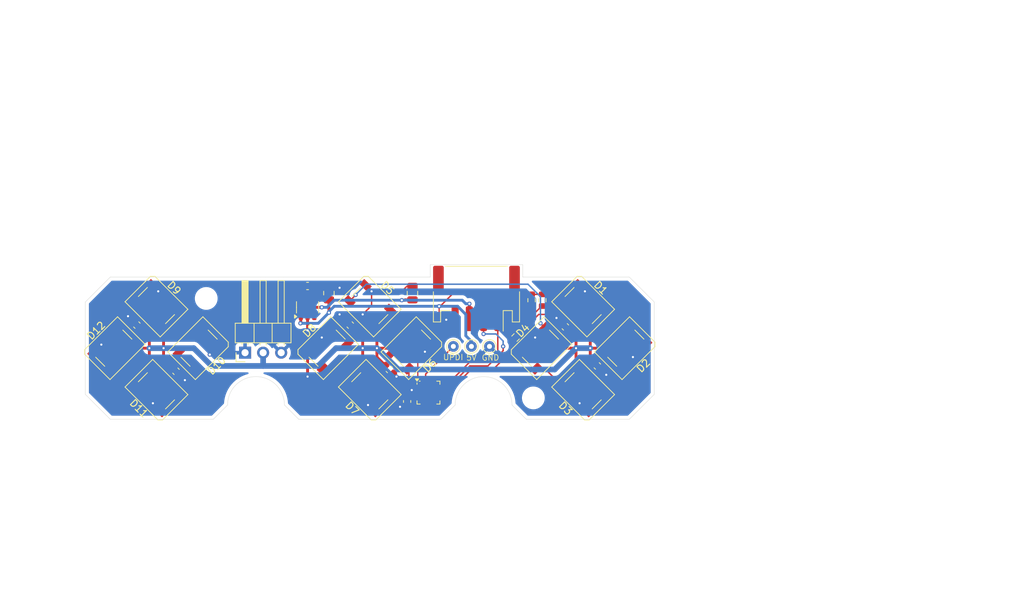
<source format=kicad_pcb>
(kicad_pcb (version 20241229) (generator "pcbnew") (generator_version "9.0")
  (layers (0 "F.Cu" signal) (2 "B.Cu" signal) (13 "F.Paste" user) (15 "B.Paste" user) (5 "F.SilkS" user "F.Silkscreen") (7 "B.SilkS" user "B.Silkscreen") (1 "F.Mask" user) (3 "B.Mask" user) (25 "Edge.Cuts" user))
  (net 0 "")
  (net 1 "/SCL")
  (net 2 "/SDA")
  (net 3 "Net-(U2-C+)")
  (net 4 "Net-(U2-C-)")
  (net 5 "VCC")
  (net 9 "Net-(U1-PB3)")
  (net 20 "VBUS")
  (net 21 "+5V")
  (net 22 "GND")
  (net 23 "/NEOPIXEL")
  (net 25 "/UPDI")
  (net 26 "Net-(D1-DOUT)")
  (net 27 "Net-(D2-DOUT)")
  (net 28 "Net-(D3-DOUT)")
  (net 29 "/NEOPIXEL2")
  (net 30 "/NEOPIXEL3")
  (net 31 "Net-(D5-DOUT)")
  (net 32 "Net-(D6-DOUT)")
  (net 33 "Net-(D7-DOUT)")
  (net 34 "Net-(D10-DIN)")
  (net 35 "Net-(D10-DOUT)")
  (net 36 "Net-(D11-DOUT)")
  (footprint "LED_SMD:LED_SK6812_PLCC4_5.0x5.0mm_P3.2mm" (layer "F.Cu") (at 162 100 45)
    (property "Reference" "D4" (at 0 -3.5 45) (layer "F.SilkS"))
    (property "Value" "SK6812")
    (pad "1" smd rect (at -2.45 -1.6 225) (size 1.5 1) (layers "F.Cu" "F.Mask" "F.Paste") (net 22 "GND"))
    (pad "2" smd rect (at -2.45 1.6 225) (size 1.5 1) (layers "F.Cu" "F.Mask" "F.Paste") (net 28 "Net-(D3-DOUT)"))
    (pad "3" smd rect (at 2.45 1.6 225) (size 1.5 1) (layers "F.Cu" "F.Mask" "F.Paste") (net 5 "VCC"))
    (pad "4" smd rect (at 2.45 -1.6 225) (size 1.5 1) (layers "F.Cu" "F.Mask" "F.Paste") (net 29 "/NEOPIXEL2"))
  )
  (footprint "LED_SMD:LED_SK6812_PLCC4_5.0x5.0mm_P3.2mm" (layer "F.Cu") (at 168 94 -45)
    (property "Reference" "D1" (at 0 -3.5 135) (layer "F.SilkS"))
    (property "Value" "SK6812")
    (pad "1" smd rect (at -2.45 -1.6 135) (size 1.5 1) (layers "F.Cu" "F.Mask" "F.Paste") (net 22 "GND"))
    (pad "2" smd rect (at -2.45 1.6 135) (size 1.5 1) (layers "F.Cu" "F.Mask" "F.Paste") (net 23 "/NEOPIXEL"))
    (pad "3" smd rect (at 2.45 1.6 135) (size 1.5 1) (layers "F.Cu" "F.Mask" "F.Paste") (net 5 "VCC"))
    (pad "4" smd rect (at 2.45 -1.6 135) (size 1.5 1) (layers "F.Cu" "F.Mask" "F.Paste") (net 26 "Net-(D1-DOUT)"))
  )
  (footprint "LED_SMD:LED_SK6812_PLCC4_5.0x5.0mm_P3.2mm" (layer "F.Cu") (at 108 94 -45)
    (property "Reference" "D9" (at 0 -3.5 135) (layer "F.SilkS"))
    (property "Value" "SK6812")
    (pad "1" smd rect (at -2.45 -1.6 135) (size 1.5 1) (layers "F.Cu" "F.Mask" "F.Paste") (net 22 "GND"))
    (pad "2" smd rect (at -2.45 1.6 135) (size 1.5 1) (layers "F.Cu" "F.Mask" "F.Paste") (net 30 "/NEOPIXEL3"))
    (pad "3" smd rect (at 2.45 1.6 135) (size 1.5 1) (layers "F.Cu" "F.Mask" "F.Paste") (net 5 "VCC"))
    (pad "4" smd rect (at 2.45 -1.6 135) (size 1.5 1) (layers "F.Cu" "F.Mask" "F.Paste") (net 34 "Net-(D10-DIN)"))
  )
  (footprint "LED_SMD:LED_SK6812_PLCC4_5.0x5.0mm_P3.2mm" (layer "F.Cu") (at 138 94 -45)
    (property "Reference" "D5" (at 0 -3.5 135) (layer "F.SilkS"))
    (property "Value" "SK6812")
    (pad "1" smd rect (at -2.45 -1.6 135) (size 1.5 1) (layers "F.Cu" "F.Mask" "F.Paste") (net 22 "GND"))
    (pad "2" smd rect (at -2.45 1.6 135) (size 1.5 1) (layers "F.Cu" "F.Mask" "F.Paste") (net 29 "/NEOPIXEL2"))
    (pad "3" smd rect (at 2.45 1.6 135) (size 1.5 1) (layers "F.Cu" "F.Mask" "F.Paste") (net 5 "VCC"))
    (pad "4" smd rect (at 2.45 -1.6 135) (size 1.5 1) (layers "F.Cu" "F.Mask" "F.Paste") (net 31 "Net-(D5-DOUT)"))
  )
  (footprint "LED_SMD:LED_SK6812_PLCC4_5.0x5.0mm_P3.2mm" (layer "F.Cu") (at 114 100 -135)
    (property "Reference" "D10" (at 0 -3.5 45) (layer "F.SilkS"))
    (property "Value" "SK6812")
    (pad "1" smd rect (at -2.45 -1.6 45) (size 1.5 1) (layers "F.Cu" "F.Mask" "F.Paste") (net 22 "GND"))
    (pad "2" smd rect (at -2.45 1.6 45) (size 1.5 1) (layers "F.Cu" "F.Mask" "F.Paste") (net 34 "Net-(D10-DIN)"))
    (pad "3" smd rect (at 2.45 1.6 45) (size 1.5 1) (layers "F.Cu" "F.Mask" "F.Paste") (net 5 "VCC"))
    (pad "4" smd rect (at 2.45 -1.6 45) (size 1.5 1) (layers "F.Cu" "F.Mask" "F.Paste") (net 35 "Net-(D10-DOUT)"))
  )
  (footprint "Capacitor_SMD:C_0805_2012Metric" (layer "F.Cu") (at 132.25 92.25 90)
    (property "Reference" "C2" (hide yes))
    (property "Value" "10uF" (hide yes))
    (pad "1" smd roundrect (at -0.95 0 90) (size 1 1.45) (layers "F.Cu" "F.Mask" "F.Paste") (net 21 "+5V"))
    (pad "2" smd roundrect (at 0.95 0 90) (size 1 1.45) (layers "F.Cu" "F.Mask" "F.Paste") (net 22 "GND"))
  )
  (footprint "TestPoint:TestPoint_THTPad_D1.5mm_Drill0.7mm" (layer "F.Cu") (at 152.29 99.75)
    (property "Reference" "TP2" (hide yes))
    (property "Value" "TestPoint" (hide yes))
    (pad "1" thru_hole circle (at 0 0) (size 1.5 1.5) (drill 0.7) (layers "*.Cu" "*.Mask") (net 21 "+5V"))
  )
  (footprint "LED_SMD:LED_SK6812_PLCC4_5.0x5.0mm_P3.2mm" (layer "F.Cu") (at 108 106 135)
    (property "Reference" "D11" (at 0 -3.5 135) (layer "F.SilkS"))
    (property "Value" "SK6812")
    (pad "1" smd rect (at -2.45 -1.6 315) (size 1.5 1) (layers "F.Cu" "F.Mask" "F.Paste") (net 22 "GND"))
    (pad "2" smd rect (at -2.45 1.6 315) (size 1.5 1) (layers "F.Cu" "F.Mask" "F.Paste") (net 35 "Net-(D10-DOUT)"))
    (pad "3" smd rect (at 2.45 1.6 315) (size 1.5 1) (layers "F.Cu" "F.Mask" "F.Paste") (net 5 "VCC"))
    (pad "4" smd rect (at 2.45 -1.6 315) (size 1.5 1) (layers "F.Cu" "F.Mask" "F.Paste") (net 36 "Net-(D11-DOUT)"))
  )
  (footprint "LED_SMD:LED_SK6812_PLCC4_5.0x5.0mm_P3.2mm" (layer "F.Cu") (at 168 106 135)
    (property "Reference" "D3" (at 0 -3.5 135) (layer "F.SilkS"))
    (property "Value" "SK6812")
    (pad "1" smd rect (at -2.45 -1.6 315) (size 1.5 1) (layers "F.Cu" "F.Mask" "F.Paste") (net 22 "GND"))
    (pad "2" smd rect (at -2.45 1.6 315) (size 1.5 1) (layers "F.Cu" "F.Mask" "F.Paste") (net 27 "Net-(D2-DOUT)"))
    (pad "3" smd rect (at 2.45 1.6 315) (size 1.5 1) (layers "F.Cu" "F.Mask" "F.Paste") (net 5 "VCC"))
    (pad "4" smd rect (at 2.45 -1.6 315) (size 1.5 1) (layers "F.Cu" "F.Mask" "F.Paste") (net 28 "Net-(D3-DOUT)"))
  )
  (footprint "MountingHole:MountingHole_2.7mm_M2.5" (layer "F.Cu") (at 161 107)
    (property "Reference" "REF**" (hide yes))
    (property "Value" "MountingHole_2.7mm_M2.5" (hide yes))
    (pad "" np_thru_hole circle (at 0 0) (size 2.7 2.7) (drill 2.7) (layers "*.Cu" "*.Mask"))
  )
  (footprint "Capacitor_SMD:C_0603_1608Metric" (layer "F.Cu") (at 135.25 96.75 135)
    (property "Reference" "C7" (hide yes))
    (property "Value" "1uF" (hide yes))
    (pad "1" smd roundrect (at -0.775 0 135) (size 0.9 0.95) (layers "F.Cu" "F.Mask" "F.Paste") (net 5 "VCC"))
    (pad "2" smd roundrect (at 0.775 0 135) (size 0.9 0.95) (layers "F.Cu" "F.Mask" "F.Paste") (net 22 "GND"))
  )
  (footprint "Capacitor_SMD:C_0603_1608Metric" (layer "F.Cu") (at 129.25 91.25)
    (property "Reference" "C3" (hide yes))
    (property "Value" "1uF" (hide yes))
    (pad "1" smd roundrect (at -0.775 0) (size 0.9 0.95) (layers "F.Cu" "F.Mask" "F.Paste") (net 3 "Net-(U2-C+)"))
    (pad "2" smd roundrect (at 0.775 0) (size 0.9 0.95) (layers "F.Cu" "F.Mask" "F.Paste") (net 4 "Net-(U2-C-)"))
  )
  (footprint "Package_DFN_QFN:VQFN-20-1EP_3x3mm_P0.4mm_EP1.7x1.7mm" (layer "F.Cu") (at 146.25 106.25)
    (property "Reference" "U1" (hide yes))
    (property "Value" "ATtiny1616-M" (hide yes))
    (pad "1" smd custom (at -1.45 -0.8) (size 0.143431 0.143431) (layers "F.Cu" "F.Mask" "F.Paste") (options (clearance outline) (anchor circle)) (primitives (gr_poly (pts (xy -0.35 -0.05) (xy 0.299289 -0.05) (xy 0.35 0.000711) (xy 0.35 0.05) (xy -0.35 0.05)) (width 0.1) (fill yes))))
    (pad "2" smd roundrect (at -1.45 -0.4) (size 0.8 0.2) (layers "F.Cu" "F.Mask" "F.Paste"))
    (pad "3" smd roundrect (at -1.45 0) (size 0.8 0.2) (layers "F.Cu" "F.Mask" "F.Paste") (net 22 "GND"))
    (pad "4" smd roundrect (at -1.45 0.4) (size 0.8 0.2) (layers "F.Cu" "F.Mask" "F.Paste") (net 21 "+5V"))
    (pad "5" smd custom (at -1.45 0.8) (size 0.143431 0.143431) (layers "F.Cu" "F.Mask" "F.Paste") (options (clearance outline) (anchor circle)) (primitives (gr_poly (pts (xy -0.35 -0.05) (xy 0.35 -0.05) (xy 0.35 -0.000711) (xy 0.299289 0.05) (xy -0.35 0.05)) (width 0.1) (fill yes))))
    (pad "6" smd custom (at -0.8 1.45) (size 0.143431 0.143431) (layers "F.Cu" "F.Mask" "F.Paste") (options (clearance outline) (anchor circle)) (primitives (gr_poly (pts (xy -0.05 -0.299289) (xy 0.000711 -0.35) (xy 0.05 -0.35) (xy 0.05 0.35) (xy -0.05 0.35)) (width 0.1) (fill yes))))
    (pad "7" smd roundrect (at -0.4 1.45) (size 0.2 0.8) (layers "F.Cu" "F.Mask" "F.Paste"))
    (pad "8" smd roundrect (at 0 1.45) (size 0.2 0.8) (layers "F.Cu" "F.Mask" "F.Paste"))
    (pad "9" smd roundrect (at 0.4 1.45) (size 0.2 0.8) (layers "F.Cu" "F.Mask" "F.Paste"))
    (pad "10" smd custom (at 0.8 1.45) (size 0.143431 0.143431) (layers "F.Cu" "F.Mask" "F.Paste") (options (clearance outline) (anchor circle)) (primitives (gr_poly (pts (xy -0.05 -0.35) (xy -0.000711 -0.35) (xy 0.05 -0.299289) (xy 0.05 0.35) (xy -0.05 0.35)) (width 0.1) (fill yes))))
    (pad "11" smd custom (at 1.45 0.8) (size 0.143431 0.143431) (layers "F.Cu" "F.Mask" "F.Paste") (net 9 "Net-(U1-PB3)") (options (clearance outline) (anchor circle)) (primitives (gr_poly (pts (xy -0.35 -0.05) (xy 0.35 -0.05) (xy 0.35 0.05) (xy -0.299289 0.05) (xy -0.35 -0.000711)) (width 0.1) (fill yes))))
    (pad "12" smd roundrect (at 1.45 0.4) (size 0.8 0.2) (layers "F.Cu" "F.Mask" "F.Paste"))
    (pad "13" smd roundrect (at 1.45 0) (size 0.8 0.2) (layers "F.Cu" "F.Mask" "F.Paste") (net 2 "/SDA"))
    (pad "14" smd roundrect (at 1.45 -0.4) (size 0.8 0.2) (layers "F.Cu" "F.Mask" "F.Paste") (net 1 "/SCL"))
    (pad "15" smd custom (at 1.45 -0.8) (size 0.143431 0.143431) (layers "F.Cu" "F.Mask" "F.Paste") (options (clearance outline) (anchor circle)) (primitives (gr_poly (pts (xy -0.35 0.000711) (xy -0.299289 -0.05) (xy 0.35 -0.05) (xy 0.35 0.05) (xy -0.35 0.05)) (width 0.1) (fill yes))))
    (pad "16" smd custom (at 0.8 -1.45) (size 0.143431 0.143431) (layers "F.Cu" "F.Mask" "F.Paste") (options (clearance outline) (anchor circle)) (primitives (gr_poly (pts (xy -0.05 -0.35) (xy 0.05 -0.35) (xy 0.05 0.299289) (xy -0.000711 0.35) (xy -0.05 0.35)) (width 0.1) (fill yes))))
    (pad "17" smd roundrect (at 0.4 -1.45) (size 0.2 0.8) (layers "F.Cu" "F.Mask" "F.Paste"))
    (pad "18" smd roundrect (at 0 -1.45) (size 0.2 0.8) (layers "F.Cu" "F.Mask" "F.Paste"))
    (pad "19" smd roundrect (at -0.4 -1.45) (size 0.2 0.8) (layers "F.Cu" "F.Mask" "F.Paste") (net 25 "/UPDI"))
    (pad "20" smd custom (at -0.8 -1.45) (size 0.143431 0.143431) (layers "F.Cu" "F.Mask" "F.Paste") (options (clearance outline) (anchor circle)) (primitives (gr_poly (pts (xy -0.05 -0.35) (xy 0.05 -0.35) (xy 0.05 0.35) (xy 0.000711 0.35) (xy -0.05 0.299289)) (width 0.1) (fill yes))))
    (pad "21" smd rect (at 0 0) (size 1.7 1.7) (property pad_prop_heatsink) (layers "F.Cu" "F.Mask") (net 22 "GND"))
  )
  (footprint "MountingHole:MountingHole_2.7mm_M2.5" (layer "F.Cu") (at 115 93)
    (property "Reference" "REF**" (hide yes))
    (property "Value" "MountingHole_2.7mm_M2.5" (hide yes))
    (pad "" np_thru_hole circle (at 0 0) (size 2.7 2.7) (drill 2.7) (layers "*.Cu" "*.Mask"))
  )
  (footprint "Resistor_SMD:R_0603_1608Metric" (layer "F.Cu") (at 160.75 93.25 -90)
    (property "Reference" "R2" (hide yes))
    (property "Value" "10k" (hide yes))
    (pad "1" smd roundrect (at -0.825 0 270) (size 0.8 0.95) (layers "F.Cu" "F.Mask" "F.Paste") (net 21 "+5V"))
    (pad "2" smd roundrect (at 0.825 0 270) (size 0.8 0.95) (layers "F.Cu" "F.Mask" "F.Paste") (net 2 "/SDA"))
  )
  (footprint "LED_SMD:LED_SK6812_PLCC4_5.0x5.0mm_P3.2mm" (layer "F.Cu") (at 138 106 135)
    (property "Reference" "D7" (at 0 -3.5 135) (layer "F.SilkS"))
    (property "Value" "SK6812")
    (pad "1" smd rect (at -2.45 -1.6 315) (size 1.5 1) (layers "F.Cu" "F.Mask" "F.Paste") (net 22 "GND"))
    (pad "2" smd rect (at -2.45 1.6 315) (size 1.5 1) (layers "F.Cu" "F.Mask" "F.Paste") (net 32 "Net-(D6-DOUT)"))
    (pad "3" smd rect (at 2.45 1.6 315) (size 1.5 1) (layers "F.Cu" "F.Mask" "F.Paste") (net 5 "VCC"))
    (pad "4" smd rect (at 2.45 -1.6 315) (size 1.5 1) (layers "F.Cu" "F.Mask" "F.Paste") (net 33 "Net-(D7-DOUT)"))
  )
  (footprint "Resistor_SMD:R_0603_1608Metric" (layer "F.Cu") (at 158.5 98.5 45)
    (property "Reference" "R3" (hide yes))
    (property "Value" "100" (hide yes))
    (pad "1" smd roundrect (at -0.825 0 45) (size 0.8 0.95) (layers "F.Cu" "F.Mask" "F.Paste") (net 9 "Net-(U1-PB3)"))
    (pad "2" smd roundrect (at 0.825 0 45) (size 0.8 0.95) (layers "F.Cu" "F.Mask" "F.Paste") (net 23 "/NEOPIXEL"))
  )
  (footprint "Capacitor_SMD:C_0603_1608Metric" (layer "F.Cu") (at 165.5 97 135)
    (property "Reference" "C5" (hide yes))
    (property "Value" "1uF" (hide yes))
    (pad "1" smd roundrect (at -0.775 0 135) (size 0.9 0.95) (layers "F.Cu" "F.Mask" "F.Paste") (net 5 "VCC"))
    (pad "2" smd roundrect (at 0.775 0 135) (size 0.9 0.95) (layers "F.Cu" "F.Mask" "F.Paste") (net 22 "GND"))
  )
  (footprint "Connector_JST:JST_PH_S4B-PH-SM4-TB_1x04-1MP_P2.00mm_Horizontal" (layer "F.Cu") (at 153 93 180)
    (property "Reference" "J1" (hide yes))
    (property "Value" "Conn_01x04" (hide yes))
    (pad "1" smd roundrect (at -3 -2.85 180) (size 1 3.5) (layers "F.Cu" "F.Mask" "F.Paste") (net 1 "/SCL"))
    (pad "2" smd roundrect (at -1 -2.85 180) (size 1 3.5) (layers "F.Cu" "F.Mask" "F.Paste") (net 2 "/SDA"))
    (pad "3" smd roundrect (at 1 -2.85 180) (size 1 3.5) (layers "F.Cu" "F.Mask" "F.Paste") (net 20 "VBUS"))
    (pad "4" smd roundrect (at 3 -2.85 180) (size 1 3.5) (layers "F.Cu" "F.Mask" "F.Paste") (net 22 "GND"))
    (pad "MP" smd roundrect (at -5.35 2.9 180) (size 1.5 3.4) (layers "F.Cu" "F.Mask" "F.Paste") (roundrect_rratio 0.166667))
    (pad "MP" smd roundrect (at 5.35 2.9 180) (size 1.5 3.4) (layers "F.Cu" "F.Mask" "F.Paste") (roundrect_rratio 0.166667))
  )
  (footprint "Resistor_SMD:R_0603_1608Metric" (layer "F.Cu") (at 162.25 93.25 -90)
    (property "Reference" "R1" (hide yes))
    (property "Value" "10k" (hide yes))
    (pad "1" smd roundrect (at -0.825 0 270) (size 0.8 0.95) (layers "F.Cu" "F.Mask" "F.Paste") (net 21 "+5V"))
    (pad "2" smd roundrect (at 0.825 0 270) (size 0.8 0.95) (layers "F.Cu" "F.Mask" "F.Paste") (net 1 "/SCL"))
  )
  (footprint "Connector_PinHeader_2.54mm:PinHeader_1x03_P2.54mm_Horizontal" (layer "F.Cu") (at 120.46 100.635 90)
    (property "Reference" "J2" (hide yes))
    (property "Value" "Conn_01x03" (hide yes))
    (pad "1" thru_hole rect (at 0 0 90) (size 1.7 1.7) (drill 1) (layers "*.Cu" "*.Mask") (net 22 "GND"))
    (pad "2" thru_hole circle (at 0 2.54 90) (size 1.7 1.7) (drill 1) (layers "*.Cu" "*.Mask") (net 5 "VCC"))
    (pad "3" thru_hole circle (at 0 5.08 90) (size 1.7 1.7) (drill 1) (layers "*.Cu" "*.Mask") (net 22 "GND"))
  )
  (footprint "LED_SMD:LED_SK6812_PLCC4_5.0x5.0mm_P3.2mm" (layer "F.Cu") (at 102 100 45)
    (property "Reference" "D12" (at 0 -3.5 45) (layer "F.SilkS"))
    (property "Value" "SK6812")
    (pad "1" smd rect (at -2.45 -1.6 225) (size 1.5 1) (layers "F.Cu" "F.Mask" "F.Paste") (net 22 "GND"))
    (pad "2" smd rect (at -2.45 1.6 225) (size 1.5 1) (layers "F.Cu" "F.Mask" "F.Paste") (net 36 "Net-(D11-DOUT)"))
    (pad "3" smd rect (at 2.45 1.6 225) (size 1.5 1) (layers "F.Cu" "F.Mask" "F.Paste") (net 5 "VCC"))
    (pad "4" smd rect (at 2.45 -1.6 225) (size 1.5 1) (layers "F.Cu" "F.Mask" "F.Paste"))
  )
  (footprint "Capacitor_SMD:C_0805_2012Metric" (layer "F.Cu") (at 144 92.25 90)
    (property "Reference" "C1" (hide yes))
    (property "Value" "10uF" (hide yes))
    (pad "1" smd roundrect (at -0.95 0 90) (size 1 1.45) (layers "F.Cu" "F.Mask" "F.Paste") (net 20 "VBUS"))
    (pad "2" smd roundrect (at 0.95 0 90) (size 1 1.45) (layers "F.Cu" "F.Mask" "F.Paste") (net 22 "GND"))
  )
  (footprint "Capacitor_SMD:C_0603_1608Metric" (layer "F.Cu") (at 143.25 107.5 -90)
    (property "Reference" "C4" (hide yes))
    (property "Value" "100nF" (hide yes))
    (pad "1" smd roundrect (at -0.775 0 270) (size 0.9 0.95) (layers "F.Cu" "F.Mask" "F.Paste") (net 21 "+5V"))
    (pad "2" smd roundrect (at 0.775 0 270) (size 0.9 0.95) (layers "F.Cu" "F.Mask" "F.Paste") (net 22 "GND"))
  )
  (footprint "TestPoint:TestPoint_THTPad_D1.5mm_Drill0.7mm" (layer "F.Cu") (at 149.75 99.75)
    (property "Reference" "TP3" (hide yes))
    (property "Value" "TestPoint" (hide yes))
    (pad "1" thru_hole circle (at 0 0) (size 1.5 1.5) (drill 0.7) (layers "*.Cu" "*.Mask") (net 25 "/UPDI"))
  )
  (footprint "LED_SMD:LED_SK6812_PLCC4_5.0x5.0mm_P3.2mm" (layer "F.Cu") (at 174 100 -135)
    (property "Reference" "D2" (at 0 -3.5 45) (layer "F.SilkS"))
    (property "Value" "SK6812")
    (pad "1" smd rect (at -2.45 -1.6 45) (size 1.5 1) (layers "F.Cu" "F.Mask" "F.Paste") (net 22 "GND"))
    (pad "2" smd rect (at -2.45 1.6 45) (size 1.5 1) (layers "F.Cu" "F.Mask" "F.Paste") (net 26 "Net-(D1-DOUT)"))
    (pad "3" smd rect (at 2.45 1.6 45) (size 1.5 1) (layers "F.Cu" "F.Mask" "F.Paste") (net 5 "VCC"))
    (pad "4" smd rect (at 2.45 -1.6 45) (size 1.5 1) (layers "F.Cu" "F.Mask" "F.Paste") (net 27 "Net-(D2-DOUT)"))
  )
  (footprint "LED_SMD:LED_SK6812_PLCC4_5.0x5.0mm_P3.2mm" (layer "F.Cu") (at 144 100 -135)
    (property "Reference" "D6" (at 0 -3.5 45) (layer "F.SilkS"))
    (property "Value" "SK6812")
    (pad "1" smd rect (at -2.45 -1.6 45) (size 1.5 1) (layers "F.Cu" "F.Mask" "F.Paste") (net 22 "GND"))
    (pad "2" smd rect (at -2.45 1.6 45) (size 1.5 1) (layers "F.Cu" "F.Mask" "F.Paste") (net 31 "Net-(D5-DOUT)"))
    (pad "3" smd rect (at 2.45 1.6 45) (size 1.5 1) (layers "F.Cu" "F.Mask" "F.Paste") (net 5 "VCC"))
    (pad "4" smd rect (at 2.45 -1.6 45) (size 1.5 1) (layers "F.Cu" "F.Mask" "F.Paste") (net 32 "Net-(D6-DOUT)"))
  )
  (footprint "Capacitor_SMD:C_0603_1608Metric" (layer "F.Cu") (at 140.75 103 -45)
    (property "Reference" "C8" (hide yes))
    (property "Value" "1uF" (hide yes))
    (pad "1" smd roundrect (at -0.775 0 315) (size 0.9 0.95) (layers "F.Cu" "F.Mask" "F.Paste") (net 5 "VCC"))
    (pad "2" smd roundrect (at 0.775 0 315) (size 0.9 0.95) (layers "F.Cu" "F.Mask" "F.Paste") (net 22 "GND"))
  )
  (footprint "TestPoint:TestPoint_THTPad_D1.5mm_Drill0.7mm" (layer "F.Cu") (at 154.83 99.75)
    (property "Reference" "TP1" (hide yes))
    (property "Value" "TestPoint" (hide yes))
    (pad "1" thru_hole circle (at 0 0) (size 1.5 1.5) (drill 0.7) (layers "*.Cu" "*.Mask") (net 22 "GND"))
  )
  (footprint "Capacitor_SMD:C_0603_1608Metric" (layer "F.Cu") (at 170 102.5 -45)
    (property "Reference" "C6" (hide yes))
    (property "Value" "1uF" (hide yes))
    (pad "1" smd roundrect (at -0.775 0 315) (size 0.9 0.95) (layers "F.Cu" "F.Mask" "F.Paste") (net 5 "VCC"))
    (pad "2" smd roundrect (at 0.775 0 315) (size 0.9 0.95) (layers "F.Cu" "F.Mask" "F.Paste") (net 22 "GND"))
  )
  (footprint "Package_TO_SOT_SMD:TSOT-23-6" (layer "F.Cu") (at 129.25 94.25 90)
    (property "Reference" "U2" (hide yes))
    (property "Value" "AP3602" (hide yes))
    (pad "1" smd roundrect (at -1.1375 -0.95 90) (size 1.325 0.6) (layers "F.Cu" "F.Mask" "F.Paste") (net 21 "+5V"))
    (pad "2" smd roundrect (at -1.1375 0 90) (size 1.325 0.6) (layers "F.Cu" "F.Mask" "F.Paste") (net 22 "GND"))
    (pad "3" smd roundrect (at -1.1375 0.95 90) (size 1.325 0.6) (layers "F.Cu" "F.Mask" "F.Paste") (net 20 "VBUS"))
    (pad "4" smd roundrect (at 1.1375 0.95 90) (size 1.325 0.6) (layers "F.Cu" "F.Mask" "F.Paste") (net 4 "Net-(U2-C-)"))
    (pad "5" smd roundrect (at 1.1375 0 90) (size 1.325 0.6) (layers "F.Cu" "F.Mask" "F.Paste") (net 20 "VBUS"))
    (pad "6" smd roundrect (at 1.1375 -0.95 90) (size 1.325 0.6) (layers "F.Cu" "F.Mask" "F.Paste") (net 3 "Net-(U2-C+)"))
  )
  (footprint "Capacitor_SMD:C_0603_1608Metric" (layer "F.Cu") (at 105.25 96.75 135)
    (property "Reference" "C9" (hide yes))
    (property "Value" "1uF" (hide yes))
    (pad "1" smd roundrect (at -0.775 0 135) (size 0.9 0.95) (layers "F.Cu" "F.Mask" "F.Paste") (net 5 "VCC"))
    (pad "2" smd roundrect (at 0.775 0 135) (size 0.9 0.95) (layers "F.Cu" "F.Mask" "F.Paste") (net 22 "GND"))
  )
  (footprint "LED_SMD:LED_SK6812_PLCC4_5.0x5.0mm_P3.2mm" (layer "F.Cu") (at 132 100 45)
    (property "Reference" "D8" (at 0 -3.5 45) (layer "F.SilkS"))
    (property "Value" "SK6812")
    (pad "1" smd rect (at -2.45 -1.6 225) (size 1.5 1) (layers "F.Cu" "F.Mask" "F.Paste") (net 22 "GND"))
    (pad "2" smd rect (at -2.45 1.6 225) (size 1.5 1) (layers "F.Cu" "F.Mask" "F.Paste") (net 33 "Net-(D7-DOUT)"))
    (pad "3" smd rect (at 2.45 1.6 225) (size 1.5 1) (layers "F.Cu" "F.Mask" "F.Paste") (net 5 "VCC"))
    (pad "4" smd rect (at 2.45 -1.6 225) (size 1.5 1) (layers "F.Cu" "F.Mask" "F.Paste") (net 30 "/NEOPIXEL3"))
  )
  (footprint "Capacitor_SMD:C_0603_1608Metric" (layer "F.Cu") (at 110.75 103.25 -45)
    (property "Reference" "C10" (hide yes))
    (property "Value" "1uF" (hide yes))
    (pad "1" smd roundrect (at -0.775 0 315) (size 0.9 0.95) (layers "F.Cu" "F.Mask" "F.Paste") (net 5 "VCC"))
    (pad "2" smd roundrect (at 0.775 0 315) (size 0.9 0.95) (layers "F.Cu" "F.Mask" "F.Paste") (net 22 "GND"))
  )
  (gr_line (start 101.5 110) (end 116 110) (stroke (width 0.05)) (layer "Edge.Cuts"))
  (gr_line (start 158 108) (end 160 110) (stroke (width 0.05)) (layer "Edge.Cuts"))
  (gr_line (start 128 110) (end 148 110) (stroke (width 0.05)) (layer "Edge.Cuts"))
  (gr_line (start 159.5 88.25) (end 159.5 90) (stroke (width 0.05)) (layer "Edge.Cuts"))
  (gr_line (start 98 93.5) (end 101.5 90) (stroke (width 0.05)) (layer "Edge.Cuts"))
  (gr_line (start 146.5 88.25) (end 146.5 90) (stroke (width 0.05)) (layer "Edge.Cuts"))
  (gr_line (start 174.5 110) (end 160 110) (stroke (width 0.05)) (layer "Edge.Cuts"))
  (gr_line (start 178 106.5) (end 174.5 110) (stroke (width 0.05)) (layer "Edge.Cuts"))
  (gr_arc (start 118 108) (mid 122 104) (end 126 108) (stroke (width 0.05)) (layer "Edge.Cuts"))
  (gr_line (start 150 108) (end 148 110) (stroke (width 0.05)) (layer "Edge.Cuts"))
  (gr_line (start 146.5 90) (end 101.5 90) (stroke (width 0.05)) (layer "Edge.Cuts"))
  (gr_arc (start 150 108) (mid 154 104) (end 158 108) (stroke (width 0.05)) (layer "Edge.Cuts"))
  (gr_line (start 178 93.5) (end 178 106.5) (stroke (width 0.05)) (layer "Edge.Cuts"))
  (gr_line (start 126 108) (end 128 110) (stroke (width 0.05)) (layer "Edge.Cuts"))
  (gr_line (start 178 93.5) (end 174.5 90) (stroke (width 0.05)) (layer "Edge.Cuts"))
  (gr_line (start 146.5 88.25) (end 159.5 88.25) (stroke (width 0.05)) (layer "Edge.Cuts"))
  (gr_line (start 159.5 90) (end 174.5 90) (stroke (width 0.05)) (layer "Edge.Cuts"))
  (gr_line (start 98 106.5) (end 101.5 110) (stroke (width 0.05)) (layer "Edge.Cuts"))
  (gr_line (start 118 108) (end 116 110) (stroke (width 0.05)) (layer "Edge.Cuts"))
  (gr_line (start 98 93.5) (end 98 106.5) (stroke (width 0.05)) (layer "Edge.Cuts"))
  (gr_text "GND" (at 153.68 101.8 0) (layer "F.SilkS") (effects (font (size 0.8 0.8) (thickness 0.1)) (justify left bottom)))
  (gr_text "5V" (at 151.5 101.8 0) (layer "F.SilkS") (effects (font (size 0.8 0.8) (thickness 0.1)) (justify left bottom)))
  (gr_text "UPDI" (at 148.25 101.75 0) (layer "F.SilkS") (effects (font (size 0.8 0.8) (thickness 0.1)) (justify left bottom)))
  (segment (start 148.5 105.53878) (end 148.5 105.5) (width 0.17) (layer "F.Cu") (net 1))
  (segment (start 156.85 95) (end 156 95.85) (width 0.2) (layer "F.Cu") (net 1))
  (segment (start 152 102) (end 148.5 105.5) (width 0.2) (layer "F.Cu") (net 1))
  (segment (start 162.175 94.075) (end 161.25 95) (width 0.2) (layer "F.Cu") (net 1))
  (segment (start 154.5 102) (end 152 102) (width 0.2) (layer "F.Cu") (net 1))
  (segment (start 156 100.5) (end 154.5 102) (width 0.2) (layer "F.Cu") (net 1))
  (segment (start 161.25 95) (end 156.85 95) (width 0.2) (layer "F.Cu") (net 1))
  (segment (start 148.17339 105.846) (end 148.19278 105.846) (width 0.17) (layer "F.Cu") (net 1))
  (segment (start 156 95.85) (end 156 100.5) (width 0.2) (layer "F.Cu") (net 1))
  (segment (start 148.19278 105.846) (end 148.5 105.53878) (width 0.17) (layer "F.Cu") (net 1))
  (segment (start 148.16939 105.85) (end 148.17339 105.846) (width 0.17) (layer "F.Cu") (net 1))
  (segment (start 147.7 105.85) (end 148.16939 105.85) (width 0.17) (layer "F.Cu") (net 1))
  (segment (start 160.75 94.075) (end 159.675 93) (width 0.2) (layer "F.Cu") (net 2))
  (segment (start 152.0671 102.5) (end 151.4161 103.151) (width 0.2) (layer "F.Cu") (net 2))
  (segment (start 155.25 93) (end 154 94.25) (width 0.2) (layer "F.Cu") (net 2))
  (segment (start 148.334666 106.25) (end 148.25 106.25) (width 0.2) (layer "F.Cu") (net 2))
  (segment (start 151.4161 103.151) (end 151.4161 103.168566) (width 0.2) (layer "F.Cu") (net 2))
  (segment (start 147.7 106.25) (end 148.25 106.25) (width 0.17) (layer "F.Cu") (net 2))
  (segment (start 159.675 93) (end 155.25 93) (width 0.2) (layer "F.Cu") (net 2))
  (segment (start 154 95.85) (end 154 98) (width 0.2) (layer "F.Cu") (net 2))
  (segment (start 156.75 99.75) (end 156.75 100.35) (width 0.2) (layer "F.Cu") (net 2))
  (segment (start 156.75 100.35) (end 154.6 102.5) (width 0.2) (layer "F.Cu") (net 2))
  (segment (start 154.6 102.5) (end 152.0671 102.5) (width 0.2) (layer "F.Cu") (net 2))
  (segment (start 151.4161 103.168566) (end 148.334666 106.25) (width 0.2) (layer "F.Cu") (net 2))
  (via (at 154 98) (size 0.6) (drill 0.3) (layers "F.Cu" "B.Cu") (net 2))
  (via (at 156.75 99.75) (size 0.6) (drill 0.3) (layers "F.Cu" "B.Cu") (net 2))
  (segment (start 156.75 99) (end 155.75 98) (width 0.2) (layer "B.Cu") (net 2))
  (segment (start 155.75 98) (end 154 98) (width 0.2) (layer "B.Cu") (net 2))
  (segment (start 156.75 99.75) (end 156.75 99) (width 0.2) (layer "B.Cu") (net 2))
  (segment (start 128.3 93.1125) (end 128.3 91.425) (width 0.2) (layer "F.Cu") (net 3))
  (segment (start 130.2 93.1125) (end 130.2 91.425) (width 0.2) (layer "F.Cu") (net 4))
  (segment (start 107 102.737259) (end 107 100) (width 0.4) (layer "F.Cu") (net 5))
  (segment (start 135.464823 100) (end 137 100) (width 0.4) (layer "F.Cu") (net 5))
  (segment (start 109 100) (end 110.535177 100) (width 0.4) (layer "F.Cu") (net 5))
  (segment (start 164.863782 99.398959) (end 165.464823 100) (width 0.4) (layer "F.Cu") (net 5))
  (segment (start 139 100) (end 139 101.25) (width 0.4) (layer "F.Cu") (net 5))
  (segment (start 107 100) (end 107 98.5) (width 0.4) (layer "F.Cu") (net 5))
  (segment (start 139 100) (end 139 97.262741) (width 0.4) (layer "F.Cu") (net 5))
  (segment (start 104.863782 99.398959) (end 105.464823 100) (width 0.4) (layer "F.Cu") (net 5))
  (segment (start 165.464823 100) (end 170.535177 100) (width 0.4) (layer "F.Cu") (net 5))
  (segment (start 167 102.737259) (end 167.398959 103.136218) (width 0.4) (layer "F.Cu") (net 5))
  (segment (start 105.464823 100) (end 109 100) (width 0.4) (layer "F.Cu") (net 5))
  (segment (start 170.535177 100) (end 171.136218 100.601041) (width 0.4) (layer "F.Cu") (net 5))
  (segment (start 139 97.262741) (end 138.601041 96.863782) (width 0.4) (layer "F.Cu") (net 5))
  (segment (start 169 101.5) (end 169.451992 101.951992) (width 0.4) (layer "F.Cu") (net 5))
  (segment (start 139 101.25) (end 140.201992 102.451992) (width 0.4) (layer "F.Cu") (net 5))
  (segment (start 169 100) (end 169 101.5) (width 0.4) (layer "F.Cu") (net 5))
  (segment (start 137 102.737259) (end 137.398959 103.136218) (width 0.4) (layer "F.Cu") (net 5))
  (segment (start 167 98.5) (end 167 100) (width 0.4) (layer "F.Cu") (net 5))
  (segment (start 169 97.262741) (end 168.601041 96.863782) (width 0.4) (layer "F.Cu") (net 5))
  (segment (start 134.863782 99.398959) (end 135.464823 100) (width 0.4) (layer "F.Cu") (net 5))
  (segment (start 139 100) (end 140.535177 100) (width 0.4) (layer "F.Cu") (net 5))
  (segment (start 137 100) (end 139 100) (width 0.4) (layer "F.Cu") (net 5))
  (segment (start 110.535177 100) (end 111.136218 100.601041) (width 0.4) (layer "F.Cu") (net 5))
  (segment (start 167 100) (end 167 102.737259) (width 0.4) (layer "F.Cu") (net 5))
  (segment (start 107.398959 103.136218) (end 107 102.737259) (width 0.4) (layer "F.Cu") (net 5))
  (segment (start 140.535177 100) (end 141.136218 100.601041) (width 0.4) (layer "F.Cu") (net 5))
  (segment (start 137 98.5) (end 135.798008 97.298008) (width 0.4) (layer "F.Cu") (net 5))
  (segment (start 166.048008 97.548008) (end 167 98.5) (width 0.4) (layer "F.Cu") (net 5))
  (segment (start 109 101.5) (end 110.201992 102.701992) (width 0.4) (layer "F.Cu") (net 5))
  (segment (start 137 100) (end 137 98.5) (width 0.4) (layer "F.Cu") (net 5))
  (segment (start 137 100) (end 137 102.737259) (width 0.4) (layer "F.Cu") (net 5))
  (segment (start 109 100) (end 109 97.262741) (width 0.4) (layer "F.Cu") (net 5))
  (segment (start 107 98.5) (end 105.798008 97.298008) (width 0.4) (layer "F.Cu") (net 5))
  (segment (start 169 100) (end 169 97.262741) (width 0.4) (layer "F.Cu") (net 5))
  (segment (start 109 100) (end 109 101.5) (width 0.4) (layer "F.Cu") (net 5))
  (segment (start 109 97.262741) (end 108.601041 96.863782) (width 0.4) (layer "F.Cu") (net 5))
  (via (at 167 100) (size 0.6) (drill 0.3) (layers "F.Cu" "B.Cu") (net 5))
  (via (at 109 100) (size 0.6) (drill 0.3) (layers "F.Cu" "B.Cu") (net 5))
  (via (at 107 100) (size 0.6) (drill 0.3) (layers "F.Cu" "B.Cu") (net 5))
  (via (at 169 100) (size 0.6) (drill 0.3) (layers "F.Cu" "B.Cu") (net 5))
  (via (at 139 100) (size 0.6) (drill 0.3) (layers "F.Cu" "B.Cu") (net 5))
  (via (at 137 100) (size 0.6) (drill 0.3) (layers "F.Cu" "B.Cu") (net 5))
  (segment (start 130.75 102.5) (end 133.25 100) (width 0.8) (layer "B.Cu") (net 5))
  (segment (start 113.25 100) (end 107 100) (width 0.8) (layer "B.Cu") (net 5))
  (segment (start 123 102.5) (end 115.75 102.5) (width 0.8) (layer "B.Cu") (net 5))
  (segment (start 123 102.5) (end 130.75 102.5) (width 0.8) (layer "B.Cu") (net 5))
  (segment (start 139 100) (end 141.975793 102.975793) (width 0.8) (layer "B.Cu") (net 5))
  (segment (start 115.75 102.5) (end 113.25 100) (width 0.8) (layer "B.Cu") (net 5))
  (segment (start 133.25 100) (end 139 100) (width 0.8) (layer "B.Cu") (net 5))
  (segment (start 141.975793 102.975793) (end 142 102.975793) (width 0.8) (layer "B.Cu") (net 5))
  (segment (start 142 103) (end 164 103) (width 0.8) (layer "B.Cu") (net 5))
  (segment (start 123 100.635) (end 123 102.5) (width 0.8) (layer "B.Cu") (net 5))
  (segment (start 164 103) (end 167 100) (width 0.8) (layer "B.Cu") (net 5))
  (segment (start 167 100) (end 169 100) (width 0.8) (layer "B.Cu") (net 5))
  (segment (start 157.75 99.25) (end 157.75 100.575) (width 0.2) (layer "F.Cu") (net 9))
  (segment (start 155.25 103.075) (end 152.175 103.075) (width 0.2) (layer "F.Cu") (net 9))
  (segment (start 152.175 103.075) (end 149.5 105.75) (width 0.2) (layer "F.Cu") (net 9))
  (segment (start 149.5 106.25) (end 148.7 107.05) (width 0.2) (layer "F.Cu") (net 9))
  (segment (start 149.5 105.75) (end 149.5 106.25) (width 0.2) (layer "F.Cu") (net 9))
  (segment (start 148.7 107.05) (end 147.7 107.05) (width 0.2) (layer "F.Cu") (net 9))
  (segment (start 157.75 100.575) (end 155.25 103.075) (width 0.2) (layer "F.Cu") (net 9))
  (segment (start 157.916637 99.083363) (end 157.75 99.25) (width 0.2) (layer "F.Cu") (net 9))
  (segment (start 130.25 94.25) (end 131.25 94.25) (width 0.4) (layer "F.Cu") (net 20))
  (segment (start 152 95.85) (end 152 93.75) (width 0.4) (layer "F.Cu") (net 20))
  (segment (start 129.25 93.608388) (end 129.891612 94.25) (width 0.4) (layer "F.Cu") (net 20))
  (segment (start 129.891612 94.25) (end 130.25 94.25) (width 0.4) (layer "F.Cu") (net 20))
  (segment (start 130.2 94.3) (end 130.25 94.25) (width 0.2) (layer "F.Cu") (net 20))
  (segment (start 130.2 95.3875) (end 130.2 94.3) (width 0.2) (layer "F.Cu") (net 20))
  (segment (start 142.5 93.25) (end 142.901 93.25) (width 0.4) (layer "F.Cu") (net 20))
  (segment (start 142.901 93.25) (end 142.951 93.2) (width 0.4) (layer "F.Cu") (net 20))
  (segment (start 142.951 93.2) (end 144 93.2) (width 0.4) (layer "F.Cu") (net 20))
  (segment (start 129.25 93.1125) (end 129.25 93.608388) (width 0.4) (layer "F.Cu") (net 20))
  (via (at 131.25 94.25) (size 0.6) (drill 0.3) (layers "F.Cu" "B.Cu") (net 20))
  (via (at 152 93.75) (size 0.6) (drill 0.3) (layers "F.Cu" "B.Cu") (net 20))
  (via (at 142.5 93.25) (size 0.6) (drill 0.3) (layers "F.Cu" "B.Cu") (net 20))
  (segment (start 132 94.25) (end 133 93.25) (width 0.4) (layer "B.Cu") (net 20))
  (segment (start 133 93.25) (end 151 93.25) (width 0.4) (layer "B.Cu") (net 20))
  (segment (start 131.25 94.25) (end 132 94.25) (width 0.4) (layer "B.Cu") (net 20))
  (segment (start 151.5 93.75) (end 152 93.75) (width 0.4) (layer "B.Cu") (net 20))
  (segment (start 151 93.25) (end 151.5 93.75) (width 0.4) (layer "B.Cu") (net 20))
  (segment (start 143.25 106.725) (end 143.25 105.5) (width 0.17) (layer "F.Cu") (net 21))
  (segment (start 143.25 105.5) (end 144.75 104) (width 0.17) (layer "F.Cu") (net 21))
  (segment (start 144 106.725) (end 143.25 106.725) (width 0.17) (layer "F.Cu") (net 21))
  (segment (start 144.75 99.25) (end 147.75 96.25) (width 0.17) (layer "F.Cu") (net 21))
  (segment (start 144.8 106.65) (end 144.075 106.65) (width 0.17) (layer "F.Cu") (net 21))
  (segment (start 162.25 92.425) (end 160.75 92.425) (width 0.2) (layer "F.Cu") (net 21))
  (segment (start 149.575 92.425) (end 147.899 94.101) (width 0.2) (layer "F.Cu") (net 21))
  (segment (start 160.75 92.425) (end 149.575 92.425) (width 0.2) (layer "F.Cu") (net 21))
  (segment (start 147.899 94.101) (end 147.75 94.101) (width 0.2) (layer "F.Cu") (net 21))
  (segment (start 144.75 104) (end 144.75 99.25) (width 0.17) (layer "F.Cu") (net 21))
  (segment (start 132.25 95) (end 132.25 93.2) (width 0.4) (layer "F.Cu") (net 21))
  (segment (start 147.75 96.25) (end 147.75 94.101) (width 0.17) (layer "F.Cu") (net 21))
  (segment (start 128.3 95.3875) (end 128.3 96.45) (width 0.4) (layer "F.Cu") (net 21))
  (segment (start 144.075 106.65) (end 144 106.725) (width 0.17) (layer "F.Cu") (net 21))
  (segment (start 128.3 96.45) (end 128.25 96.5) (width 0.4) (layer "F.Cu") (net 21))
  (via (at 132.25 95) (size 0.6) (drill 0.3) (layers "F.Cu" "B.Cu") (net 21))
  (via (at 128.25 96.5) (size 0.6) (drill 0.3) (layers "F.Cu" "B.Cu") (net 21))
  (via (at 147.75 94.101) (size 0.6) (drill 0.3) (layers "F.Cu" "B.Cu") (net 21))
  (segment (start 130.75 96.5) (end 128.25 96.5) (width 0.4) (layer "B.Cu") (net 21))
  (segment (start 152.29 99.75) (end 152.29 99.04) (width 0.4) (layer "B.Cu") (net 21))
  (segment (start 132.998942 94.101) (end 132.25 94.849942) (width 0.4) (layer "B.Cu") (net 21))
  (segment (start 150.351 94.101) (end 147.75 94.101) (width 0.4) (layer "B.Cu") (net 21))
  (segment (start 152.29 99.04) (end 151.5 98.25) (width 0.4) (layer "B.Cu") (net 21))
  (segment (start 151.5 98.25) (end 151.5 95.25) (width 0.4) (layer "B.Cu") (net 21))
  (segment (start 132.25 94.849942) (end 132.25 95) (width 0.4) (layer "B.Cu") (net 21))
  (segment (start 147.75 94.101) (end 132.998942 94.101) (width 0.4) (layer "B.Cu") (net 21))
  (segment (start 151.5 95.25) (end 150.351 94.101) (width 0.4) (layer "B.Cu") (net 21))
  (segment (start 132.25 95) (end 130.75 96.5) (width 0.4) (layer "B.Cu") (net 21))
  (segment (start 143.900001 105.900001) (end 143.900001 105.895321) (width 0.17) (layer "F.Cu") (net 22))
  (segment (start 142.275 108.275) (end 142.25 108.25) (width 0.2) (layer "F.Cu") (net 22))
  (segment (start 111.298008 103.798008) (end 112 104.5) (width 0.4) (layer "F.Cu") (net 22))
  (segment (start 148.9 95.85) (end 148.75 96) (width 0.4) (layer "F.Cu") (net 22))
  (segment (start 129.25 100.75) (end 129.25 104) (width 0.4) (layer "F.Cu") (net 22))
  (segment (start 144 91.3) (end 143.2 91.3) (width 0.2) (layer "F.Cu") (net 22))
  (segment (start 104.701992 96.201992) (end 104 95.5) (width 0.4) (layer "F.Cu") (net 22))
  (segment (start 132.25 91.3) (end 133.55 91.3) (width 0.2) (layer "F.Cu") (net 22))
  (segment (start 129.148959 100.601041) (end 131.25 98.5) (width 0.4) (layer "F.Cu") (net 22))
  (segment (start 108.601041 108.851041) (end 107.5 107.75) (width 0.4) (layer "F.Cu") (net 22))
  (segment (start 143.2 91.3) (end 142.5 92) (width 0.2) (layer "F.Cu") (net 22))
  (segment (start 144.8 106.25) (end 146.25 106.25) (width 0.17) (layer "F.Cu") (net 22))
  (segment (start 170.548008 103.048008) (end 171.25 103.75) (width 0.4) (layer "F.Cu") (net 22))
  (segment (start 133.55 91.3) (end 133.75 91.5) (width 0.2) (layer "F.Cu") (net 22))
  (segment (start 115.5 100.762741) (end 116.863782 99.398959) (width 0.4) (layer "F.Cu") (net 22))
  (segment (start 164.951992 96.451992) (end 164.25 95.75) (width 0.4) (layer "F.Cu") (net 22))
  (segment (start 144.8 106.25) (end 144.25 106.25) (width 0.17) (layer "F.Cu") (net 22))
  (segment (start 168.601041 108.851041) (end 167.5 107.75) (width 0.4) (layer "F.Cu") (net 22))
  (segment (start 129.25 95.3875) (end 129.25 97.5) (width 0.4) (layer "F.Cu") (net 22))
  (segment (start 142.5 92) (end 138.25 92) (width 0.2) (layer "F.Cu") (net 22))
  (segment (start 138.601041 108.851041) (end 137.75 108) (width 0.4) (layer "F.Cu") (net 22))
  (segment (start 138.25 92) (end 138.25 94) (width 0.2) (layer "F.Cu") (net 22))
  (segment (start 144.25 106.25) (end 143.900001 105.900001) (width 0.17) (layer "F.Cu") (net 22))
  (segment (start 99.148959 100.601041) (end 100.25 99.5) (width 0.4) (layer "F.Cu") (net 22))
  (segment (start 143.25 108.275) (end 142.275 108.275) (width 0.2) (layer "F.Cu") (net 22))
  (segment (start 115.5 100.9) (end 115.5 100.762741) (width 0.4) (layer "F.Cu") (net 22))
  (segment (start 107.398959 91.148959) (end 108.25 92) (width 0.4) (layer "F.Cu") (net 22))
  (segment (start 145.75 100.5) (end 146.851041 99.398959) (width 0.4) (layer "F.Cu") (net 22))
  (segment (start 167.398959 91.148959) (end 168.25 92) (width 0.4) (layer "F.Cu") (net 22))
  (segment (start 138.25 94) (end 137 95.25) (width 0.2) (layer "F.Cu") (net 22))
  (segment (start 134.701992 96.201992) (end 133.75 95.25) (width 0.4) (layer "F.Cu") (net 22))
  (segment (start 150 95.85) (end 148.9 95.85) (width 0.4) (layer "F.Cu") (net 22))
  (segment (start 176.851041 99.398959) (end 175 101.25) (width 0.4) (layer "F.Cu") (net 22))
  (segment (start 141.298008 103.548008) (end 141.75 104) (width 0.4) (layer "F.Cu") (net 22))
  (segment (start 159.148959 100.601041) (end 161.25 98.5) (width 0.4) (layer "F.Cu") (net 22))
  (segment (start 137.398959 91.148959) (end 138.25 92) (width 0.4) (layer "F.Cu") (net 22))
  (via (at 100.25 99.5) (size 0.6) (drill 0.3) (layers "F.Cu" "B.Cu") (net 22))
  (via (at 104 95.5) (size 0.6) (drill 0.3) (layers "F.Cu" "B.Cu") (net 22))
  (via (at 133.75 91.5) (size 0.6) (drill 0.3) (layers "F.Cu" "B.Cu") (net 22))
  (via (at 133.75 95.25) (size 0.6) (drill 0.3) (layers "F.Cu" "B.Cu") (net 22))
  (via (at 115.5 100.9) (size 0.6) (drill 0.3) (layers "F.Cu" "B.Cu") (net 22))
  (via (at 137 95.25) (size 0.6) (drill 0.3) (layers "F.Cu" "B.Cu") (net 22))
  (via (at 164.25 95.75) (size 0.6) (drill 0.3) (layers "F.Cu" "B.Cu") (net 22))
  (via (at 175 101.25) (size 0.6) (drill 0.3) (layers "F.Cu" "B.Cu") (net 22))
  (via (at 171.25 103.75) (size 0.6) (drill 0.3) (layers "F.Cu" "B.Cu") (net 22))
  (via (at 148.75 96) (size 0.6) (drill 0.3) (layers "F.Cu" "B.Cu") (net 22))
  (via (at 129.25 104) (size 0.6) (drill 0.3) (layers "F.Cu" "B.Cu") (net 22))
  (via (at 143.900001 105.895321) (size 0.6) (drill 0.3) (layers "F.Cu" "B.Cu") (net 22))
  (via (at 141.75 104) (size 0.6) (drill 0.3) (layers "F.Cu" "B.Cu") (net 22))
  (via (at 145.75 100.5) (size 0.6) (drill 0.3) (layers "F.Cu" "B.Cu") (net 22))
  (via (at 131.25 98.5) (size 0.6) (drill 0.3) (layers "F.Cu" "B.Cu") (net 22))
  (via (at 142.25 108.25) (size 0.6) (drill 0.3) (layers "F.Cu" "B.Cu") (net 22))
  (via (at 138.25 92) (size 0.6) (drill 0.3) (layers "F.Cu" "B.Cu") (net 22))
  (via (at 137.75 108) (size 0.6) (drill 0.3) (layers "F.Cu" "B.Cu") (net 22))
  (via (at 108.25 92) (size 0.6) (drill 0.3) (layers "F.Cu" "B.Cu") (net 22))
  (via (at 112 104.5) (size 0.6) (drill 0.3) (layers "F.Cu" "B.Cu") (net 22))
  (via (at 129.25 97.5) (size 0.6) (drill 0.3) (layers "F.Cu" "B.Cu") (net 22))
  (via (at 167.5 107.75) (size 0.6) (drill 0.3) (layers "F.Cu" "B.Cu") (net 22))
  (via (at 161.25 98.5) (size 0.6) (drill 0.3) (layers "F.Cu" "B.Cu") (net 22))
  (via (at 168.25 92) (size 0.6) (drill 0.3) (layers "F.Cu" "B.Cu") (net 22))
  (via (at 107.5 107.75) (size 0.6) (drill 0.3) (layers "F.Cu" "B.Cu") (net 22))
  (segment (start 165.136218 93.398959) (end 163.285177 95.25) (width 0.2) (layer "F.Cu") (net 23))
  (segment (start 161.75 95.25) (end 159.083363 97.916637) (width 0.2) (layer "F.Cu") (net 23))
  (segment (start 163.285177 95.25) (end 161.75 95.25) (width 0.2) (layer "F.Cu") (net 23))
  (segment (start 145.85 103.65) (end 145.85 104.15) (width 0.2) (layer "F.Cu") (net 25))
  (segment (start 145.85 104.8) (end 145.85 104.15) (width 0.17) (layer "F.Cu") (net 25))
  (segment (start 149.75 99.75) (end 145.85 103.65) (width 0.2) (layer "F.Cu") (net 25))
  (segment (start 173.398959 97.136218) (end 174.601041 97.136218) (width 0.2) (layer "F.Cu") (net 26))
  (segment (start 170.863782 94.601041) (end 173.398959 97.136218) (width 0.2) (layer "F.Cu") (net 26))
  (segment (start 173.398959 102.863782) (end 170.863782 105.398959) (width 0.2) (layer "F.Cu") (net 27))
  (segment (start 170.863782 105.398959) (end 170.863782 106.601041) (width 0.2) (layer "F.Cu") (net 27))
  (segment (start 165.136218 105.398959) (end 162.601041 102.863782) (width 0.2) (layer "F.Cu") (net 28))
  (segment (start 162.601041 102.863782) (end 161.398959 102.863782) (width 0.2) (layer "F.Cu") (net 28))
  (segment (start 136 92.535177) (end 135.136218 93.398959) (width 0.2) (layer "F.Cu") (net 29))
  (segment (start 162.601041 97.101041) (end 162 96.5) (width 0.2) (layer "F.Cu") (net 29))
  (segment (start 136 92.5) (end 136 92.535177) (width 0.2) (layer "F.Cu") (net 29))
  (via (at 162 96.5) (size 0.6) (drill 0.3) (layers "F.Cu" "B.Cu") (net 29))
  (via (at 136 92.5) (size 0.6) (drill 0.3) (layers "F.Cu" "B.Cu") (net 29))
  (segment (start 162 96.5) (end 162 92.75) (width 0.2) (layer "B.Cu") (net 29))
  (segment (start 160.25 91) (end 137.5 91) (width 0.2) (layer "B.Cu") (net 29))
  (segment (start 162 92.75) (end 160.25 91) (width 0.2) (layer "B.Cu") (net 29))
  (segment (start 137.5 91) (end 136 92.5) (width 0.2) (layer "B.Cu") (net 29))
  (segment (start 105.136218 93.398959) (end 107.698959 93.398959) (width 0.2) (layer "F.Cu") (net 30))
  (segment (start 115.062253 98.6) (end 115.862253 97.8) (width 0.2) (layer "F.Cu") (net 30))
  (segment (start 115.862253 97.8) (end 118.05 97.8) (width 0.2) (layer "F.Cu") (net 30))
  (segment (start 118.75 98.5) (end 130 98.5) (width 0.2) (layer "F.Cu") (net 30))
  (segment (start 130 98.5) (end 131.363782 97.136218) (width 0.2) (layer "F.Cu") (net 30))
  (segment (start 131.363782 97.136218) (end 132.601041 97.136218) (width 0.2) (layer "F.Cu") (net 30))
  (segment (start 118.05 97.8) (end 118.75 98.5) (width 0.2) (layer "F.Cu") (net 30))
  (segment (start 112.9 98.6) (end 115.062253 98.6) (width 0.2) (layer "F.Cu") (net 30))
  (segment (start 107.698959 93.398959) (end 112.9 98.6) (width 0.2) (layer "F.Cu") (net 30))
  (segment (start 143.398959 97.136218) (end 144.601041 97.136218) (width 0.2) (layer "F.Cu") (net 31))
  (segment (start 140.863782 94.601041) (end 143.398959 97.136218) (width 0.2) (layer "F.Cu") (net 31))
  (segment (start 143.5 102.964823) (end 143.5 103.964823) (width 0.2) (layer "F.Cu") (net 32))
  (segment (start 143.5 103.964823) (end 140.863782 106.601041) (width 0.2) (layer "F.Cu") (net 32))
  (segment (start 135.136218 105.398959) (end 132.601041 102.863782) (width 0.2) (layer "F.Cu") (net 33))
  (segment (start 132.601041 102.863782) (end 131.398959 102.863782) (width 0.2) (layer "F.Cu") (net 33))
  (segment (start 113.398959 97.136218) (end 114.601041 97.136218) (width 0.2) (layer "F.Cu") (net 34))
  (segment (start 110.863782 94.601041) (end 113.398959 97.136218) (width 0.2) (layer "F.Cu") (net 34))
  (segment (start 113.398959 102.863782) (end 113.398959 104.065864) (width 0.2) (layer "F.Cu") (net 35))
  (segment (start 113.398959 104.065864) (end 110.863782 106.601041) (width 0.2) (layer "F.Cu") (net 35))
  (segment (start 102.601041 102.863782) (end 101.398959 102.863782) (width 0.2) (layer "F.Cu") (net 36))
  (segment (start 105.136218 105.398959) (end 102.601041 102.863782) (width 0.2) (layer "F.Cu") (net 36))
  (zone (net 22) (net_name "GND") (layer "B.Cu") (connect_pads (clearance 0.5)) (min_thickness 0.25) (fill yes (thermal_gap 0.5) (thermal_bridge_width 0.5))
    (polygon (pts (xy 86 51) (xy 230 51) (xy 230 136) (xy 86 136)))
  )
)
</source>
